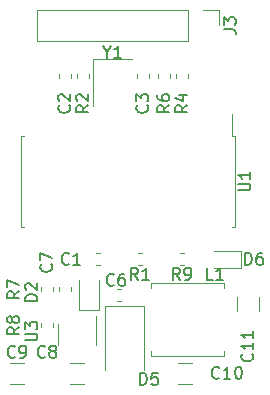
<source format=gbr>
G04 #@! TF.GenerationSoftware,KiCad,Pcbnew,(5.1.5)-3*
G04 #@! TF.CreationDate,2022-01-02T05:02:30+03:00*
G04 #@! TF.ProjectId,Test,54657374-2e6b-4696-9361-645f70636258,rev?*
G04 #@! TF.SameCoordinates,Original*
G04 #@! TF.FileFunction,Legend,Top*
G04 #@! TF.FilePolarity,Positive*
%FSLAX46Y46*%
G04 Gerber Fmt 4.6, Leading zero omitted, Abs format (unit mm)*
G04 Created by KiCad (PCBNEW (5.1.5)-3) date 2022-01-02 05:02:30*
%MOMM*%
%LPD*%
G04 APERTURE LIST*
%ADD10C,0.120000*%
%ADD11C,0.150000*%
G04 APERTURE END LIST*
D10*
X37429221Y-81790000D02*
X37754779Y-81790000D01*
X37429221Y-80770000D02*
X37754779Y-80770000D01*
X42633000Y-80545000D02*
X40348000Y-80545000D01*
X42633000Y-82015000D02*
X42633000Y-80545000D01*
X40348000Y-82015000D02*
X42633000Y-82015000D01*
X30642779Y-81790000D02*
X30317221Y-81790000D01*
X30642779Y-80770000D02*
X30317221Y-80770000D01*
X27176000Y-65623221D02*
X27176000Y-65948779D01*
X28196000Y-65623221D02*
X28196000Y-65948779D01*
X33780000Y-65948779D02*
X33780000Y-65623221D01*
X34800000Y-65948779D02*
X34800000Y-65623221D01*
X32095221Y-84838000D02*
X32420779Y-84838000D01*
X32095221Y-83818000D02*
X32420779Y-83818000D01*
X26672000Y-83657221D02*
X26672000Y-83982779D01*
X25652000Y-83657221D02*
X25652000Y-83982779D01*
X28099936Y-91842000D02*
X29304064Y-91842000D01*
X28099936Y-90022000D02*
X29304064Y-90022000D01*
X24224064Y-91842000D02*
X23019936Y-91842000D01*
X24224064Y-90022000D02*
X23019936Y-90022000D01*
X38448064Y-90022000D02*
X37243936Y-90022000D01*
X38448064Y-91842000D02*
X37243936Y-91842000D01*
X42270000Y-85692064D02*
X42270000Y-84487936D01*
X44090000Y-85692064D02*
X44090000Y-84487936D01*
X28868000Y-85574000D02*
X30568000Y-85574000D01*
X30568000Y-85574000D02*
X30568000Y-83024000D01*
X28868000Y-85574000D02*
X28868000Y-83024000D01*
X34416000Y-85246000D02*
X31116000Y-85246000D01*
X31116000Y-85246000D02*
X31116000Y-90646000D01*
X34416000Y-85246000D02*
X34416000Y-90646000D01*
X25340000Y-60138000D02*
X25340000Y-62798000D01*
X38100000Y-60138000D02*
X25340000Y-60138000D01*
X38100000Y-62798000D02*
X25340000Y-62798000D01*
X38100000Y-60138000D02*
X38100000Y-62798000D01*
X39370000Y-60138000D02*
X40700000Y-60138000D01*
X40700000Y-60138000D02*
X40700000Y-61468000D01*
X41200000Y-89460000D02*
X35000000Y-89460000D01*
X35000000Y-89460000D02*
X35000000Y-89010000D01*
X35000000Y-83260000D02*
X41200000Y-83260000D01*
X35000000Y-83260000D02*
X35000000Y-83710000D01*
X41200000Y-83260000D02*
X41200000Y-83710000D01*
X41200000Y-89460000D02*
X41200000Y-89010000D01*
X33873221Y-80770000D02*
X34198779Y-80770000D01*
X33873221Y-81790000D02*
X34198779Y-81790000D01*
X28700000Y-65623221D02*
X28700000Y-65948779D01*
X29720000Y-65623221D02*
X29720000Y-65948779D01*
X38102000Y-65948779D02*
X38102000Y-65623221D01*
X37082000Y-65948779D02*
X37082000Y-65623221D01*
X35558000Y-65948779D02*
X35558000Y-65623221D01*
X36578000Y-65948779D02*
X36578000Y-65623221D01*
X28196000Y-83657221D02*
X28196000Y-83982779D01*
X27176000Y-83657221D02*
X27176000Y-83982779D01*
X26672000Y-86705221D02*
X26672000Y-87030779D01*
X25652000Y-86705221D02*
X25652000Y-87030779D01*
X23960000Y-74676000D02*
X23960000Y-78536000D01*
X23960000Y-78536000D02*
X24205000Y-78536000D01*
X23960000Y-74676000D02*
X23960000Y-70816000D01*
X23960000Y-70816000D02*
X24205000Y-70816000D01*
X42080000Y-74676000D02*
X42080000Y-78536000D01*
X42080000Y-78536000D02*
X41835000Y-78536000D01*
X42080000Y-74676000D02*
X42080000Y-70816000D01*
X42080000Y-70816000D02*
X41835000Y-70816000D01*
X41835000Y-70816000D02*
X41835000Y-69001000D01*
X27092000Y-86730000D02*
X27092000Y-88530000D01*
X30312000Y-88530000D02*
X30312000Y-86080000D01*
X33400000Y-64294000D02*
X30100000Y-64294000D01*
X30100000Y-64294000D02*
X30100000Y-68294000D01*
D11*
X37425333Y-83002380D02*
X37092000Y-82526190D01*
X36853904Y-83002380D02*
X36853904Y-82002380D01*
X37234857Y-82002380D01*
X37330095Y-82050000D01*
X37377714Y-82097619D01*
X37425333Y-82192857D01*
X37425333Y-82335714D01*
X37377714Y-82430952D01*
X37330095Y-82478571D01*
X37234857Y-82526190D01*
X36853904Y-82526190D01*
X37901523Y-83002380D02*
X38092000Y-83002380D01*
X38187238Y-82954761D01*
X38234857Y-82907142D01*
X38330095Y-82764285D01*
X38377714Y-82573809D01*
X38377714Y-82192857D01*
X38330095Y-82097619D01*
X38282476Y-82050000D01*
X38187238Y-82002380D01*
X37996761Y-82002380D01*
X37901523Y-82050000D01*
X37853904Y-82097619D01*
X37806285Y-82192857D01*
X37806285Y-82430952D01*
X37853904Y-82526190D01*
X37901523Y-82573809D01*
X37996761Y-82621428D01*
X38187238Y-82621428D01*
X38282476Y-82573809D01*
X38330095Y-82526190D01*
X38377714Y-82430952D01*
X42949904Y-81732380D02*
X42949904Y-80732380D01*
X43188000Y-80732380D01*
X43330857Y-80780000D01*
X43426095Y-80875238D01*
X43473714Y-80970476D01*
X43521333Y-81160952D01*
X43521333Y-81303809D01*
X43473714Y-81494285D01*
X43426095Y-81589523D01*
X43330857Y-81684761D01*
X43188000Y-81732380D01*
X42949904Y-81732380D01*
X44378476Y-80732380D02*
X44188000Y-80732380D01*
X44092761Y-80780000D01*
X44045142Y-80827619D01*
X43949904Y-80970476D01*
X43902285Y-81160952D01*
X43902285Y-81541904D01*
X43949904Y-81637142D01*
X43997523Y-81684761D01*
X44092761Y-81732380D01*
X44283238Y-81732380D01*
X44378476Y-81684761D01*
X44426095Y-81637142D01*
X44473714Y-81541904D01*
X44473714Y-81303809D01*
X44426095Y-81208571D01*
X44378476Y-81160952D01*
X44283238Y-81113333D01*
X44092761Y-81113333D01*
X43997523Y-81160952D01*
X43949904Y-81208571D01*
X43902285Y-81303809D01*
X28027333Y-81637142D02*
X27979714Y-81684761D01*
X27836857Y-81732380D01*
X27741619Y-81732380D01*
X27598761Y-81684761D01*
X27503523Y-81589523D01*
X27455904Y-81494285D01*
X27408285Y-81303809D01*
X27408285Y-81160952D01*
X27455904Y-80970476D01*
X27503523Y-80875238D01*
X27598761Y-80780000D01*
X27741619Y-80732380D01*
X27836857Y-80732380D01*
X27979714Y-80780000D01*
X28027333Y-80827619D01*
X28979714Y-81732380D02*
X28408285Y-81732380D01*
X28694000Y-81732380D02*
X28694000Y-80732380D01*
X28598761Y-80875238D01*
X28503523Y-80970476D01*
X28408285Y-81018095D01*
X28043142Y-68238666D02*
X28090761Y-68286285D01*
X28138380Y-68429142D01*
X28138380Y-68524380D01*
X28090761Y-68667238D01*
X27995523Y-68762476D01*
X27900285Y-68810095D01*
X27709809Y-68857714D01*
X27566952Y-68857714D01*
X27376476Y-68810095D01*
X27281238Y-68762476D01*
X27186000Y-68667238D01*
X27138380Y-68524380D01*
X27138380Y-68429142D01*
X27186000Y-68286285D01*
X27233619Y-68238666D01*
X27233619Y-67857714D02*
X27186000Y-67810095D01*
X27138380Y-67714857D01*
X27138380Y-67476761D01*
X27186000Y-67381523D01*
X27233619Y-67333904D01*
X27328857Y-67286285D01*
X27424095Y-67286285D01*
X27566952Y-67333904D01*
X28138380Y-67905333D01*
X28138380Y-67286285D01*
X34647142Y-68238666D02*
X34694761Y-68286285D01*
X34742380Y-68429142D01*
X34742380Y-68524380D01*
X34694761Y-68667238D01*
X34599523Y-68762476D01*
X34504285Y-68810095D01*
X34313809Y-68857714D01*
X34170952Y-68857714D01*
X33980476Y-68810095D01*
X33885238Y-68762476D01*
X33790000Y-68667238D01*
X33742380Y-68524380D01*
X33742380Y-68429142D01*
X33790000Y-68286285D01*
X33837619Y-68238666D01*
X33742380Y-67905333D02*
X33742380Y-67286285D01*
X34123333Y-67619619D01*
X34123333Y-67476761D01*
X34170952Y-67381523D01*
X34218571Y-67333904D01*
X34313809Y-67286285D01*
X34551904Y-67286285D01*
X34647142Y-67333904D01*
X34694761Y-67381523D01*
X34742380Y-67476761D01*
X34742380Y-67762476D01*
X34694761Y-67857714D01*
X34647142Y-67905333D01*
X31837333Y-83415142D02*
X31789714Y-83462761D01*
X31646857Y-83510380D01*
X31551619Y-83510380D01*
X31408761Y-83462761D01*
X31313523Y-83367523D01*
X31265904Y-83272285D01*
X31218285Y-83081809D01*
X31218285Y-82938952D01*
X31265904Y-82748476D01*
X31313523Y-82653238D01*
X31408761Y-82558000D01*
X31551619Y-82510380D01*
X31646857Y-82510380D01*
X31789714Y-82558000D01*
X31837333Y-82605619D01*
X32694476Y-82510380D02*
X32504000Y-82510380D01*
X32408761Y-82558000D01*
X32361142Y-82605619D01*
X32265904Y-82748476D01*
X32218285Y-82938952D01*
X32218285Y-83319904D01*
X32265904Y-83415142D01*
X32313523Y-83462761D01*
X32408761Y-83510380D01*
X32599238Y-83510380D01*
X32694476Y-83462761D01*
X32742095Y-83415142D01*
X32789714Y-83319904D01*
X32789714Y-83081809D01*
X32742095Y-82986571D01*
X32694476Y-82938952D01*
X32599238Y-82891333D01*
X32408761Y-82891333D01*
X32313523Y-82938952D01*
X32265904Y-82986571D01*
X32218285Y-83081809D01*
X26519142Y-81700666D02*
X26566761Y-81748285D01*
X26614380Y-81891142D01*
X26614380Y-81986380D01*
X26566761Y-82129238D01*
X26471523Y-82224476D01*
X26376285Y-82272095D01*
X26185809Y-82319714D01*
X26042952Y-82319714D01*
X25852476Y-82272095D01*
X25757238Y-82224476D01*
X25662000Y-82129238D01*
X25614380Y-81986380D01*
X25614380Y-81891142D01*
X25662000Y-81748285D01*
X25709619Y-81700666D01*
X25614380Y-81367333D02*
X25614380Y-80700666D01*
X26614380Y-81129238D01*
X25995333Y-89511142D02*
X25947714Y-89558761D01*
X25804857Y-89606380D01*
X25709619Y-89606380D01*
X25566761Y-89558761D01*
X25471523Y-89463523D01*
X25423904Y-89368285D01*
X25376285Y-89177809D01*
X25376285Y-89034952D01*
X25423904Y-88844476D01*
X25471523Y-88749238D01*
X25566761Y-88654000D01*
X25709619Y-88606380D01*
X25804857Y-88606380D01*
X25947714Y-88654000D01*
X25995333Y-88701619D01*
X26566761Y-89034952D02*
X26471523Y-88987333D01*
X26423904Y-88939714D01*
X26376285Y-88844476D01*
X26376285Y-88796857D01*
X26423904Y-88701619D01*
X26471523Y-88654000D01*
X26566761Y-88606380D01*
X26757238Y-88606380D01*
X26852476Y-88654000D01*
X26900095Y-88701619D01*
X26947714Y-88796857D01*
X26947714Y-88844476D01*
X26900095Y-88939714D01*
X26852476Y-88987333D01*
X26757238Y-89034952D01*
X26566761Y-89034952D01*
X26471523Y-89082571D01*
X26423904Y-89130190D01*
X26376285Y-89225428D01*
X26376285Y-89415904D01*
X26423904Y-89511142D01*
X26471523Y-89558761D01*
X26566761Y-89606380D01*
X26757238Y-89606380D01*
X26852476Y-89558761D01*
X26900095Y-89511142D01*
X26947714Y-89415904D01*
X26947714Y-89225428D01*
X26900095Y-89130190D01*
X26852476Y-89082571D01*
X26757238Y-89034952D01*
X23455333Y-89511142D02*
X23407714Y-89558761D01*
X23264857Y-89606380D01*
X23169619Y-89606380D01*
X23026761Y-89558761D01*
X22931523Y-89463523D01*
X22883904Y-89368285D01*
X22836285Y-89177809D01*
X22836285Y-89034952D01*
X22883904Y-88844476D01*
X22931523Y-88749238D01*
X23026761Y-88654000D01*
X23169619Y-88606380D01*
X23264857Y-88606380D01*
X23407714Y-88654000D01*
X23455333Y-88701619D01*
X23931523Y-89606380D02*
X24122000Y-89606380D01*
X24217238Y-89558761D01*
X24264857Y-89511142D01*
X24360095Y-89368285D01*
X24407714Y-89177809D01*
X24407714Y-88796857D01*
X24360095Y-88701619D01*
X24312476Y-88654000D01*
X24217238Y-88606380D01*
X24026761Y-88606380D01*
X23931523Y-88654000D01*
X23883904Y-88701619D01*
X23836285Y-88796857D01*
X23836285Y-89034952D01*
X23883904Y-89130190D01*
X23931523Y-89177809D01*
X24026761Y-89225428D01*
X24217238Y-89225428D01*
X24312476Y-89177809D01*
X24360095Y-89130190D01*
X24407714Y-89034952D01*
X40759142Y-91289142D02*
X40711523Y-91336761D01*
X40568666Y-91384380D01*
X40473428Y-91384380D01*
X40330571Y-91336761D01*
X40235333Y-91241523D01*
X40187714Y-91146285D01*
X40140095Y-90955809D01*
X40140095Y-90812952D01*
X40187714Y-90622476D01*
X40235333Y-90527238D01*
X40330571Y-90432000D01*
X40473428Y-90384380D01*
X40568666Y-90384380D01*
X40711523Y-90432000D01*
X40759142Y-90479619D01*
X41711523Y-91384380D02*
X41140095Y-91384380D01*
X41425809Y-91384380D02*
X41425809Y-90384380D01*
X41330571Y-90527238D01*
X41235333Y-90622476D01*
X41140095Y-90670095D01*
X42330571Y-90384380D02*
X42425809Y-90384380D01*
X42521047Y-90432000D01*
X42568666Y-90479619D01*
X42616285Y-90574857D01*
X42663904Y-90765333D01*
X42663904Y-91003428D01*
X42616285Y-91193904D01*
X42568666Y-91289142D01*
X42521047Y-91336761D01*
X42425809Y-91384380D01*
X42330571Y-91384380D01*
X42235333Y-91336761D01*
X42187714Y-91289142D01*
X42140095Y-91193904D01*
X42092476Y-91003428D01*
X42092476Y-90765333D01*
X42140095Y-90574857D01*
X42187714Y-90479619D01*
X42235333Y-90432000D01*
X42330571Y-90384380D01*
X43537142Y-89288857D02*
X43584761Y-89336476D01*
X43632380Y-89479333D01*
X43632380Y-89574571D01*
X43584761Y-89717428D01*
X43489523Y-89812666D01*
X43394285Y-89860285D01*
X43203809Y-89907904D01*
X43060952Y-89907904D01*
X42870476Y-89860285D01*
X42775238Y-89812666D01*
X42680000Y-89717428D01*
X42632380Y-89574571D01*
X42632380Y-89479333D01*
X42680000Y-89336476D01*
X42727619Y-89288857D01*
X43632380Y-88336476D02*
X43632380Y-88907904D01*
X43632380Y-88622190D02*
X42632380Y-88622190D01*
X42775238Y-88717428D01*
X42870476Y-88812666D01*
X42918095Y-88907904D01*
X43632380Y-87384095D02*
X43632380Y-87955523D01*
X43632380Y-87669809D02*
X42632380Y-87669809D01*
X42775238Y-87765047D01*
X42870476Y-87860285D01*
X42918095Y-87955523D01*
X25344380Y-84812095D02*
X24344380Y-84812095D01*
X24344380Y-84574000D01*
X24392000Y-84431142D01*
X24487238Y-84335904D01*
X24582476Y-84288285D01*
X24772952Y-84240666D01*
X24915809Y-84240666D01*
X25106285Y-84288285D01*
X25201523Y-84335904D01*
X25296761Y-84431142D01*
X25344380Y-84574000D01*
X25344380Y-84812095D01*
X24439619Y-83859714D02*
X24392000Y-83812095D01*
X24344380Y-83716857D01*
X24344380Y-83478761D01*
X24392000Y-83383523D01*
X24439619Y-83335904D01*
X24534857Y-83288285D01*
X24630095Y-83288285D01*
X24772952Y-83335904D01*
X25344380Y-83907333D01*
X25344380Y-83288285D01*
X34059904Y-91892380D02*
X34059904Y-90892380D01*
X34298000Y-90892380D01*
X34440857Y-90940000D01*
X34536095Y-91035238D01*
X34583714Y-91130476D01*
X34631333Y-91320952D01*
X34631333Y-91463809D01*
X34583714Y-91654285D01*
X34536095Y-91749523D01*
X34440857Y-91844761D01*
X34298000Y-91892380D01*
X34059904Y-91892380D01*
X35536095Y-90892380D02*
X35059904Y-90892380D01*
X35012285Y-91368571D01*
X35059904Y-91320952D01*
X35155142Y-91273333D01*
X35393238Y-91273333D01*
X35488476Y-91320952D01*
X35536095Y-91368571D01*
X35583714Y-91463809D01*
X35583714Y-91701904D01*
X35536095Y-91797142D01*
X35488476Y-91844761D01*
X35393238Y-91892380D01*
X35155142Y-91892380D01*
X35059904Y-91844761D01*
X35012285Y-91797142D01*
X41152380Y-61801333D02*
X41866666Y-61801333D01*
X42009523Y-61848952D01*
X42104761Y-61944190D01*
X42152380Y-62087047D01*
X42152380Y-62182285D01*
X41152380Y-61420380D02*
X41152380Y-60801333D01*
X41533333Y-61134666D01*
X41533333Y-60991809D01*
X41580952Y-60896571D01*
X41628571Y-60848952D01*
X41723809Y-60801333D01*
X41961904Y-60801333D01*
X42057142Y-60848952D01*
X42104761Y-60896571D01*
X42152380Y-60991809D01*
X42152380Y-61277523D01*
X42104761Y-61372761D01*
X42057142Y-61420380D01*
X40219333Y-83002380D02*
X39743142Y-83002380D01*
X39743142Y-82002380D01*
X41076476Y-83002380D02*
X40505047Y-83002380D01*
X40790761Y-83002380D02*
X40790761Y-82002380D01*
X40695523Y-82145238D01*
X40600285Y-82240476D01*
X40505047Y-82288095D01*
X33869333Y-83002380D02*
X33536000Y-82526190D01*
X33297904Y-83002380D02*
X33297904Y-82002380D01*
X33678857Y-82002380D01*
X33774095Y-82050000D01*
X33821714Y-82097619D01*
X33869333Y-82192857D01*
X33869333Y-82335714D01*
X33821714Y-82430952D01*
X33774095Y-82478571D01*
X33678857Y-82526190D01*
X33297904Y-82526190D01*
X34821714Y-83002380D02*
X34250285Y-83002380D01*
X34536000Y-83002380D02*
X34536000Y-82002380D01*
X34440761Y-82145238D01*
X34345523Y-82240476D01*
X34250285Y-82288095D01*
X29662380Y-68238666D02*
X29186190Y-68572000D01*
X29662380Y-68810095D02*
X28662380Y-68810095D01*
X28662380Y-68429142D01*
X28710000Y-68333904D01*
X28757619Y-68286285D01*
X28852857Y-68238666D01*
X28995714Y-68238666D01*
X29090952Y-68286285D01*
X29138571Y-68333904D01*
X29186190Y-68429142D01*
X29186190Y-68810095D01*
X28757619Y-67857714D02*
X28710000Y-67810095D01*
X28662380Y-67714857D01*
X28662380Y-67476761D01*
X28710000Y-67381523D01*
X28757619Y-67333904D01*
X28852857Y-67286285D01*
X28948095Y-67286285D01*
X29090952Y-67333904D01*
X29662380Y-67905333D01*
X29662380Y-67286285D01*
X38044380Y-68238666D02*
X37568190Y-68572000D01*
X38044380Y-68810095D02*
X37044380Y-68810095D01*
X37044380Y-68429142D01*
X37092000Y-68333904D01*
X37139619Y-68286285D01*
X37234857Y-68238666D01*
X37377714Y-68238666D01*
X37472952Y-68286285D01*
X37520571Y-68333904D01*
X37568190Y-68429142D01*
X37568190Y-68810095D01*
X37377714Y-67381523D02*
X38044380Y-67381523D01*
X36996761Y-67619619D02*
X37711047Y-67857714D01*
X37711047Y-67238666D01*
X36520380Y-68238666D02*
X36044190Y-68572000D01*
X36520380Y-68810095D02*
X35520380Y-68810095D01*
X35520380Y-68429142D01*
X35568000Y-68333904D01*
X35615619Y-68286285D01*
X35710857Y-68238666D01*
X35853714Y-68238666D01*
X35948952Y-68286285D01*
X35996571Y-68333904D01*
X36044190Y-68429142D01*
X36044190Y-68810095D01*
X35520380Y-67381523D02*
X35520380Y-67572000D01*
X35568000Y-67667238D01*
X35615619Y-67714857D01*
X35758476Y-67810095D01*
X35948952Y-67857714D01*
X36329904Y-67857714D01*
X36425142Y-67810095D01*
X36472761Y-67762476D01*
X36520380Y-67667238D01*
X36520380Y-67476761D01*
X36472761Y-67381523D01*
X36425142Y-67333904D01*
X36329904Y-67286285D01*
X36091809Y-67286285D01*
X35996571Y-67333904D01*
X35948952Y-67381523D01*
X35901333Y-67476761D01*
X35901333Y-67667238D01*
X35948952Y-67762476D01*
X35996571Y-67810095D01*
X36091809Y-67857714D01*
X23820380Y-83986666D02*
X23344190Y-84320000D01*
X23820380Y-84558095D02*
X22820380Y-84558095D01*
X22820380Y-84177142D01*
X22868000Y-84081904D01*
X22915619Y-84034285D01*
X23010857Y-83986666D01*
X23153714Y-83986666D01*
X23248952Y-84034285D01*
X23296571Y-84081904D01*
X23344190Y-84177142D01*
X23344190Y-84558095D01*
X22820380Y-83653333D02*
X22820380Y-82986666D01*
X23820380Y-83415238D01*
X23820380Y-87034666D02*
X23344190Y-87368000D01*
X23820380Y-87606095D02*
X22820380Y-87606095D01*
X22820380Y-87225142D01*
X22868000Y-87129904D01*
X22915619Y-87082285D01*
X23010857Y-87034666D01*
X23153714Y-87034666D01*
X23248952Y-87082285D01*
X23296571Y-87129904D01*
X23344190Y-87225142D01*
X23344190Y-87606095D01*
X23248952Y-86463238D02*
X23201333Y-86558476D01*
X23153714Y-86606095D01*
X23058476Y-86653714D01*
X23010857Y-86653714D01*
X22915619Y-86606095D01*
X22868000Y-86558476D01*
X22820380Y-86463238D01*
X22820380Y-86272761D01*
X22868000Y-86177523D01*
X22915619Y-86129904D01*
X23010857Y-86082285D01*
X23058476Y-86082285D01*
X23153714Y-86129904D01*
X23201333Y-86177523D01*
X23248952Y-86272761D01*
X23248952Y-86463238D01*
X23296571Y-86558476D01*
X23344190Y-86606095D01*
X23439428Y-86653714D01*
X23629904Y-86653714D01*
X23725142Y-86606095D01*
X23772761Y-86558476D01*
X23820380Y-86463238D01*
X23820380Y-86272761D01*
X23772761Y-86177523D01*
X23725142Y-86129904D01*
X23629904Y-86082285D01*
X23439428Y-86082285D01*
X23344190Y-86129904D01*
X23296571Y-86177523D01*
X23248952Y-86272761D01*
X42372380Y-75437904D02*
X43181904Y-75437904D01*
X43277142Y-75390285D01*
X43324761Y-75342666D01*
X43372380Y-75247428D01*
X43372380Y-75056952D01*
X43324761Y-74961714D01*
X43277142Y-74914095D01*
X43181904Y-74866476D01*
X42372380Y-74866476D01*
X43372380Y-73866476D02*
X43372380Y-74437904D01*
X43372380Y-74152190D02*
X42372380Y-74152190D01*
X42515238Y-74247428D01*
X42610476Y-74342666D01*
X42658095Y-74437904D01*
X24344380Y-88137904D02*
X25153904Y-88137904D01*
X25249142Y-88090285D01*
X25296761Y-88042666D01*
X25344380Y-87947428D01*
X25344380Y-87756952D01*
X25296761Y-87661714D01*
X25249142Y-87614095D01*
X25153904Y-87566476D01*
X24344380Y-87566476D01*
X24344380Y-87185523D02*
X24344380Y-86566476D01*
X24725333Y-86899809D01*
X24725333Y-86756952D01*
X24772952Y-86661714D01*
X24820571Y-86614095D01*
X24915809Y-86566476D01*
X25153904Y-86566476D01*
X25249142Y-86614095D01*
X25296761Y-86661714D01*
X25344380Y-86756952D01*
X25344380Y-87042666D01*
X25296761Y-87137904D01*
X25249142Y-87185523D01*
X31273809Y-63730190D02*
X31273809Y-64206380D01*
X30940476Y-63206380D02*
X31273809Y-63730190D01*
X31607142Y-63206380D01*
X32464285Y-64206380D02*
X31892857Y-64206380D01*
X32178571Y-64206380D02*
X32178571Y-63206380D01*
X32083333Y-63349238D01*
X31988095Y-63444476D01*
X31892857Y-63492095D01*
M02*

</source>
